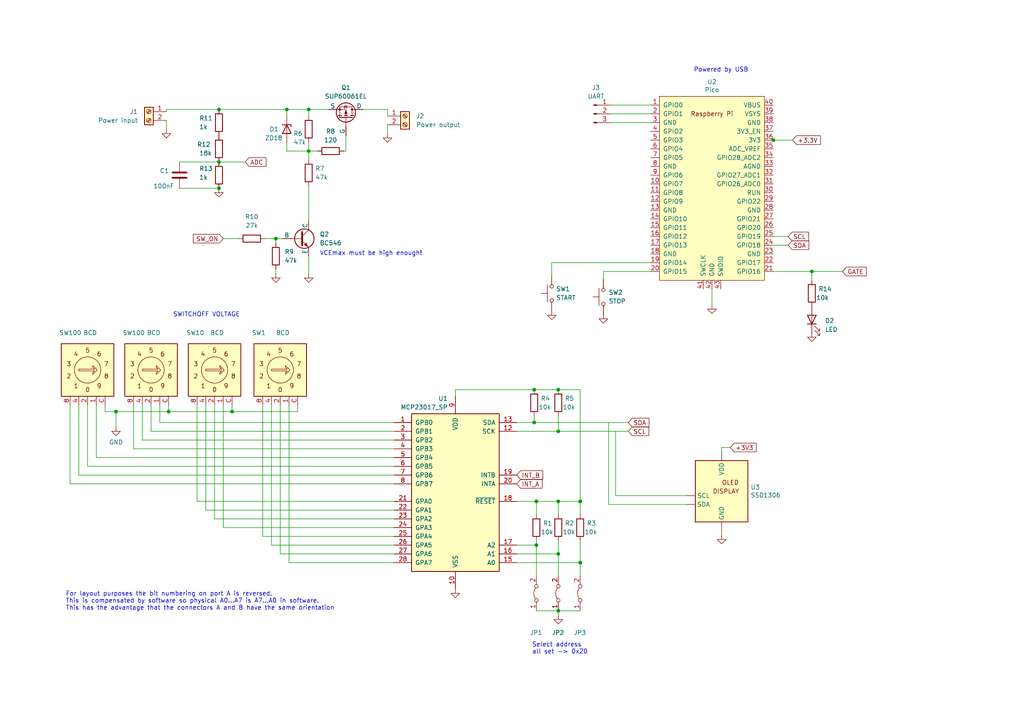
<source format=kicad_sch>
(kicad_sch (version 20230121) (generator eeschema)
  (paper "A4")
  (lib_symbols
    (symbol "Connector:Conn_01x03_Pin" (pin_names (offset 1.016) hide)
      (property "Reference" "J" (at 0 5.08 0))
      (property "Value" "Conn_01x03_Pin" (at 0 -5.08 0))
      (symbol "Conn_01x03_Pin_1_1"
        (polyline (pts (xy 1.27 -2.54) (xy 0.8636 -2.54)) (stroke (width 0.1524)))
        (polyline (pts (xy 1.27 0) (xy 0.8636 0)) (stroke (width 0.1524)))
        (polyline (pts (xy 1.27 2.54) (xy 0.8636 2.54)) (stroke (width 0.1524)))
        (rectangle (start 0.8636 -2.413) (end 0 -2.667) (stroke (width 0.1524)) (fill (type outline)))
        (rectangle (start 0.8636 0.127) (end 0 -0.127) (stroke (width 0.1524)) (fill (type outline)))
        (rectangle (start 0.8636 2.667) (end 0 2.413) (stroke (width 0.1524)) (fill (type outline)))
        (pin passive line (at 5.08 2.54 180) (length 3.81) (name "Pin_1") (number "1"))
        (pin passive line (at 5.08 0 180) (length 3.81) (name "Pin_2") (number "2"))
        (pin passive line (at 5.08 -2.54 180) (length 3.81) (name "Pin_3") (number "3"))
      )
    )
    (symbol "Connector:Screw_Terminal_01x02" (pin_names (offset 1.016) hide)
      (property "Reference" "J" (at 0 2.54 0))
      (property "Value" "Screw_Terminal_01x02" (at 0 -5.08 0))
      (symbol "Screw_Terminal_01x02_1_1"
        (rectangle (start -1.27 1.27) (end 1.27 -3.81) (stroke (width 0.254)) (fill (type background)))
        (circle (center 0 -2.54) (radius 0.635) (stroke (width 0.1524)))
        (polyline (pts (xy -0.5334 -2.2098) (xy 0.3302 -3.048)) (stroke (width 0.1524)))
        (polyline (pts (xy -0.5334 0.3302) (xy 0.3302 -0.508)) (stroke (width 0.1524)))
        (polyline (pts (xy -0.3556 -2.032) (xy 0.508 -2.8702)) (stroke (width 0.1524)))
        (polyline (pts (xy -0.3556 0.508) (xy 0.508 -0.3302)) (stroke (width 0.1524)))
        (circle (center 0 0) (radius 0.635) (stroke (width 0.1524)))
        (pin passive line (at -5.08 0 0) (length 3.81) (name "Pin_1") (number "1"))
        (pin passive line (at -5.08 -2.54 0) (length 3.81) (name "Pin_2") (number "2"))
      )
    )
    (symbol "Device:C" (pin_numbers hide) (pin_names (offset 0.254))
      (property "Reference" "C" (at 0.635 2.54 0))
      (property "Value" "C" (at 0.635 -2.54 0))
      (symbol "C_0_1"
        (polyline (pts (xy -2.032 -0.762) (xy 2.032 -0.762)) (stroke (width 0.508)))
        (polyline (pts (xy -2.032 0.762) (xy 2.032 0.762)) (stroke (width 0.508)))
      )
      (symbol "C_1_1"
        (pin passive line (at 0 3.81 270) (length 2.794) (name "~") (number "1"))
        (pin passive line (at 0 -3.81 90) (length 2.794) (name "~") (number "2"))
      )
    )
    (symbol "Device:D_Zener" (pin_numbers hide) (pin_names (offset 1.016) hide)
      (property "Reference" "D" (at 0 2.54 0))
      (property "Value" "D_Zener" (at 0 -2.54 0))
      (symbol "D_Zener_0_1"
        (polyline (pts (xy 1.27 0) (xy -1.27 0)))
        (polyline (pts (xy -1.27 -1.27) (xy -1.27 1.27) (xy -0.762 1.27)) (stroke (width 0.254)))
        (polyline (pts (xy 1.27 -1.27) (xy 1.27 1.27) (xy -1.27 0) (xy 1.27 -1.27)) (stroke (width 0.254)))
      )
      (symbol "D_Zener_1_1"
        (pin passive line (at -3.81 0 0) (length 2.54) (name "K") (number "1"))
        (pin passive line (at 3.81 0 180) (length 2.54) (name "A") (number "2"))
      )
    )
    (symbol "Device:LED" (pin_numbers hide) (pin_names (offset 1.016) hide)
      (property "Reference" "D" (at 0 2.54 0))
      (property "Value" "LED" (at 0 -2.54 0))
      (symbol "LED_0_1"
        (polyline (pts (xy -1.27 -1.27) (xy -1.27 1.27)) (stroke (width 0.254)))
        (polyline (pts (xy -1.27 0) (xy 1.27 0)))
        (polyline (pts (xy 1.27 -1.27) (xy 1.27 1.27) (xy -1.27 0) (xy 1.27 -1.27)) (stroke (width 0.254)))
        (polyline (pts (xy -3.048 -0.762) (xy -4.572 -2.286) (xy -3.81 -2.286) (xy -4.572 -2.286) (xy -4.572 -1.524)))
        (polyline (pts (xy -1.778 -0.762) (xy -3.302 -2.286) (xy -2.54 -2.286) (xy -3.302 -2.286) (xy -3.302 -1.524)))
      )
      (symbol "LED_1_1"
        (pin passive line (at -3.81 0 0) (length 2.54) (name "K") (number "1"))
        (pin passive line (at 3.81 0 180) (length 2.54) (name "A") (number "2"))
      )
    )
    (symbol "Device:R" (pin_numbers hide) (pin_names (offset 0))
      (property "Reference" "R" (at 2.032 0 90))
      (property "Value" "R" (at 0 0 90))
      (symbol "R_0_1"
        (rectangle (start -1.016 -2.54) (end 1.016 2.54) (stroke (width 0.254)))
      )
      (symbol "R_1_1"
        (pin passive line (at 0 3.81 270) (length 1.27) (name "~") (number "1"))
        (pin passive line (at 0 -3.81 90) (length 1.27) (name "~") (number "2"))
      )
    )
    (symbol "Interface_Expansion:MCP23017_SP" (pin_names (offset 1.016))
      (property "Reference" "U" (at -11.43 24.13 0))
      (property "Value" "MCP23017_SP" (at 0 0 0))
      (symbol "MCP23017_SP_0_1"
        (rectangle (start -12.7 22.86) (end 12.7 -22.86) (stroke (width 0.254)) (fill (type background)))
      )
      (symbol "MCP23017_SP_1_1"
        (pin bidirectional line (at 17.78 20.32 180) (length 5.08) (name "GPB0") (number "1"))
        (pin power_in line (at 0 -27.94 90) (length 5.08) (name "VSS") (number "10"))
        (pin no_connect line (at -12.7 15.24 0) (length 5.08) hide (name "NC") (number "11"))
        (pin input line (at -17.78 17.78 0) (length 5.08) (name "SCK") (number "12"))
        (pin bidirectional line (at -17.78 20.32 0) (length 5.08) (name "SDA") (number "13"))
        (pin no_connect line (at -12.7 12.7 0) (length 5.08) hide (name "NC") (number "14"))
        (pin input line (at -17.78 -20.32 0) (length 5.08) (name "A0") (number "15"))
        (pin input line (at -17.78 -17.78 0) (length 5.08) (name "A1") (number "16"))
        (pin input line (at -17.78 -15.24 0) (length 5.08) (name "A2") (number "17"))
        (pin input line (at -17.78 -2.54 0) (length 5.08) (name "~{RESET}") (number "18"))
        (pin tri_state line (at -17.78 5.08 0) (length 5.08) (name "INTB") (number "19"))
        (pin bidirectional line (at 17.78 17.78 180) (length 5.08) (name "GPB1") (number "2"))
        (pin tri_state line (at -17.78 2.54 0) (length 5.08) (name "INTA") (number "20"))
        (pin bidirectional line (at 17.78 -2.54 180) (length 5.08) (name "GPA0") (number "21"))
        (pin bidirectional line (at 17.78 -5.08 180) (length 5.08) (name "GPA1") (number "22"))
        (pin bidirectional line (at 17.78 -7.62 180) (length 5.08) (name "GPA2") (number "23"))
        (pin bidirectional line (at 17.78 -10.16 180) (length 5.08) (name "GPA3") (number "24"))
        (pin bidirectional line (at 17.78 -12.7 180) (length 5.08) (name "GPA4") (number "25"))
        (pin bidirectional line (at 17.78 -15.24 180) (length 5.08) (name "GPA5") (number "26"))
        (pin bidirectional line (at 17.78 -17.78 180) (length 5.08) (name "GPA6") (number "27"))
        (pin bidirectional line (at 17.78 -20.32 180) (length 5.08) (name "GPA7") (number "28"))
        (pin bidirectional line (at 17.78 15.24 180) (length 5.08) (name "GPB2") (number "3"))
        (pin bidirectional line (at 17.78 12.7 180) (length 5.08) (name "GPB3") (number "4"))
        (pin bidirectional line (at 17.78 10.16 180) (length 5.08) (name "GPB4") (number "5"))
        (pin bidirectional line (at 17.78 7.62 180) (length 5.08) (name "GPB5") (number "6"))
        (pin bidirectional line (at 17.78 5.08 180) (length 5.08) (name "GPB6") (number "7"))
        (pin bidirectional line (at 17.78 2.54 180) (length 5.08) (name "GPB7") (number "8"))
        (pin power_in line (at 0 27.94 270) (length 5.08) (name "VDD") (number "9"))
      )
    )
    (symbol "Jumper:Jumper_2_Bridged" (pin_names (offset 0) hide)
      (property "Reference" "JP" (at 0 1.905 0))
      (property "Value" "Jumper_2_Bridged" (at 0 -2.54 0))
      (symbol "Jumper_2_Bridged_0_0"
        (circle (center -2.032 0) (radius 0.508))
        (circle (center 2.032 0) (radius 0.508))
      )
      (symbol "Jumper_2_Bridged_0_1"
        (arc (start 1.524 0.254) (mid 0 0.762) (end -1.524 0.254))
      )
      (symbol "Jumper_2_Bridged_1_1"
        (pin passive line (at -5.08 0 0) (length 2.54) (name "A") (number "1"))
        (pin passive line (at 5.08 0 180) (length 2.54) (name "B") (number "2"))
      )
    )
    (symbol "Simulation_SPICE:NPN" (pin_numbers hide) (pin_names (offset 0))
      (property "Reference" "Q" (at -2.54 7.62 0))
      (property "Value" "NPN" (at -2.54 5.08 0))
      (symbol "NPN_0_1"
        (polyline (pts (xy -2.54 0) (xy 0.635 0)) (stroke (width 0.1524)))
        (polyline (pts (xy 0.635 0.635) (xy 2.54 2.54)))
        (polyline (pts (xy 2.794 -1.27) (xy 2.794 -1.27)) (stroke (width 0.1524)))
        (polyline (pts (xy 2.794 -1.27) (xy 2.794 -1.27)) (stroke (width 0.1524)))
        (polyline (pts (xy 0.635 -0.635) (xy 2.54 -2.54) (xy 2.54 -2.54)))
        (polyline (pts (xy 0.635 1.905) (xy 0.635 -1.905) (xy 0.635 -1.905)) (stroke (width 0.508)))
        (polyline (pts (xy 1.27 -1.778) (xy 1.778 -1.27) (xy 2.286 -2.286) (xy 1.27 -1.778) (xy 1.27 -1.778)) (fill (type outline)))
        (circle (center 1.27 0) (radius 2.8194) (stroke (width 0.254)))
      )
      (symbol "NPN_1_1"
        (pin open_collector line (at 2.54 5.08 270) (length 2.54) (name "C") (number "1"))
        (pin input line (at -5.08 0 0) (length 2.54) (name "B") (number "2"))
        (pin open_emitter line (at 2.54 -5.08 90) (length 2.54) (name "E") (number "3"))
      )
    )
    (symbol "Simulation_SPICE:PMOS" (pin_numbers hide) (pin_names (offset 0))
      (property "Reference" "Q" (at 5.08 1.27 0))
      (property "Value" "PMOS" (at 5.08 -1.27 0))
      (symbol "PMOS_0_1"
        (polyline (pts (xy 0.254 0) (xy -2.54 0)))
        (polyline (pts (xy 0.254 1.905) (xy 0.254 -1.905)) (stroke (width 0.254)))
        (polyline (pts (xy 0.762 -1.27) (xy 0.762 -2.286)) (stroke (width 0.254)))
        (polyline (pts (xy 0.762 0.508) (xy 0.762 -0.508)) (stroke (width 0.254)))
        (polyline (pts (xy 0.762 2.286) (xy 0.762 1.27)) (stroke (width 0.254)))
        (polyline (pts (xy 2.54 2.54) (xy 2.54 1.778)))
        (polyline (pts (xy 2.54 -2.54) (xy 2.54 0) (xy 0.762 0)))
        (polyline (pts (xy 0.762 1.778) (xy 3.302 1.778) (xy 3.302 -1.778) (xy 0.762 -1.778)))
        (polyline (pts (xy 2.286 0) (xy 1.27 0.381) (xy 1.27 -0.381) (xy 2.286 0)) (fill (type outline)))
        (polyline (pts (xy 2.794 -0.508) (xy 2.921 -0.381) (xy 3.683 -0.381) (xy 3.81 -0.254)))
        (polyline (pts (xy 3.302 -0.381) (xy 2.921 0.254) (xy 3.683 0.254) (xy 3.302 -0.381)))
        (circle (center 1.651 0) (radius 2.794) (stroke (width 0.254)))
        (circle (center 2.54 -1.778) (radius 0.254) (fill (type outline)))
        (circle (center 2.54 1.778) (radius 0.254) (fill (type outline)))
      )
      (symbol "PMOS_1_1"
        (pin passive line (at 2.54 5.08 270) (length 2.54) (name "D") (number "1"))
        (pin input line (at -5.08 0 0) (length 2.54) (name "G") (number "2"))
        (pin passive line (at 2.54 -5.08 90) (length 2.54) (name "S") (number "3"))
      )
    )
    (symbol "Switch:SW_Coded_SH-7030" (pin_names hide)
      (property "Reference" "SW" (at -7.62 8.89 0))
      (property "Value" "SW_Coded_SH-7030" (at -7.62 -8.89 0))
      (symbol "SW_Coded_SH-7030_0_0"
        (text "0" (at 5.715 0 2700) (effects (font (size 1.27 1.27))))
        (text "1" (at 4.6228 -3.3528 2340) (effects (font (size 1.27 1.27))))
        (text "2" (at 1.778 -5.4356 1980) (effects (font (size 1.27 1.27))))
        (text "3" (at -1.778 -5.4356 1620) (effects (font (size 1.27 1.27))))
        (text "4" (at -4.6228 -3.3528 1260) (effects (font (size 1.27 1.27))))
        (text "5" (at -5.715 0 900) (effects (font (size 1.27 1.27))))
        (text "6" (at -4.6228 3.3528 540) (effects (font (size 1.27 1.27))))
        (text "7" (at -1.778 5.4356 180) (effects (font (size 1.27 1.27))))
        (text "8" (at 1.778 5.4356 3420) (effects (font (size 1.27 1.27))))
        (text "9" (at 4.6228 3.3528 3060) (effects (font (size 1.27 1.27))))
      )
      (symbol "SW_Coded_SH-7030_0_1"
        (polyline (pts (xy -0.254 -2.54) (xy -0.254 2.032) (xy -0.762 1.524) (xy -1.27 1.524) (xy 0 2.794) (xy 1.27 1.524) (xy 0.762 1.524) (xy 0.254 2.032) (xy 0.254 -2.54) (xy -0.254 -2.54) (xy -0.254 -2.54)))
        (circle (center 0 0) (radius 3.81))
        (rectangle (start 7.62 7.62) (end -7.62 -7.62) (stroke (width 0.254)) (fill (type background)))
      )
      (symbol "SW_Coded_SH-7030_1_1"
        (pin passive line (at 10.16 2.54 180) (length 2.54) (name "1") (number "1"))
        (pin passive line (at 10.16 0 180) (length 2.54) (name "2") (number "2"))
        (pin passive line (at 10.16 -2.54 180) (length 2.54) (name "4") (number "4"))
        (pin passive line (at 10.16 -5.08 180) (length 2.54) (name "8") (number "8"))
        (pin passive line (at 10.16 5.08 180) (length 2.54) (name "C") (number "C"))
      )
    )
    (symbol "Switch:SW_Push" (pin_numbers hide) (pin_names (offset 1.016) hide)
      (property "Reference" "SW" (at 1.27 2.54 0))
      (property "Value" "SW_Push" (at 0 -1.524 0))
      (symbol "SW_Push_0_1"
        (circle (center -2.032 0) (radius 0.508))
        (polyline (pts (xy 0 1.27) (xy 0 3.048)))
        (polyline (pts (xy 2.54 1.27) (xy -2.54 1.27)))
        (circle (center 2.032 0) (radius 0.508))
        (pin passive line (at -5.08 0 0) (length 2.54) (name "1") (number "1"))
        (pin passive line (at 5.08 0 180) (length 2.54) (name "2") (number "2"))
      )
    )
    (symbol "analogger-rescue:SH1106-oled" (pin_numbers hide)
      (property "Reference" "U" (at 2.54 13.97 0))
      (property "Value" "oled_SH1106" (at 7.62 11.43 0))
      (symbol "SH1106-oled_0_0"
        (text "DISPLAY" (at -1.27 1.27 0) (effects (font (size 1.27 1.27))))
        (text "OLED" (at -2.54 3.81 0) (effects (font (size 1.27 1.27))))
      )
      (symbol "SH1106-oled_0_1"
        (rectangle (start -7.62 10.16) (end 7.62 -7.62) (stroke (width 0.254)) (fill (type background)))
      )
      (symbol "SH1106-oled_1_1"
        (pin input line (at 10.16 0 180) (length 2.54) (name "SCL") (number "10"))
        (pin power_in line (at 0 -10.16 90) (length 2.54) (name "GND") (number "3"))
        (pin power_in line (at 0 12.7 270) (length 2.54) (name "VDD") (number "8"))
        (pin bidirectional line (at 10.16 -2.54 180) (length 2.54) (name "SDA") (number "9"))
      )
    )
    (symbol "power:GND" (power) (pin_names (offset 0))
      (property "Value" "GND" (at 0 -3.81 0))
      (symbol "GND_0_1"
        (polyline (pts (xy 0 0) (xy 0 -1.27) (xy 1.27 -1.27) (xy 0 -2.54) (xy -1.27 -1.27) (xy 0 -1.27)))
      )
      (symbol "GND_1_1"
        (pin power_in line (at 0 0 270) (length 0) hide (name "GND") (number "1"))
      )
    )
    (symbol "swiss_01a-rescue:Pico-Raspi_Pico" (pin_names (offset 1.016))
      (property "Reference" "U" (at -13.97 27.94 0))
      (property "Value" "Raspi_Pico_Pico" (at 0 19.05 0))
      (symbol "Pico-Raspi_Pico_0_0"
        (text "Raspberry Pi" (at 0 21.59 0) (effects (font (size 1.27 1.27))))
      )
      (symbol "Pico-Raspi_Pico_0_1"
        (rectangle (start -15.24 26.67) (end 15.24 -26.67) (fill (type background)))
      )
      (symbol "Pico-Raspi_Pico_1_1"
        (pin bidirectional line (at -17.78 24.13 0) (length 2.54) (name "GPIO0") (number "1"))
        (pin bidirectional line (at -17.78 1.27 0) (length 2.54) (name "GPIO7") (number "10"))
        (pin bidirectional line (at -17.78 -1.27 0) (length 2.54) (name "GPIO8") (number "11"))
        (pin bidirectional line (at -17.78 -3.81 0) (length 2.54) (name "GPIO9") (number "12"))
        (pin power_in line (at -17.78 -6.35 0) (length 2.54) (name "GND") (number "13"))
        (pin bidirectional line (at -17.78 -8.89 0) (length 2.54) (name "GPIO10") (number "14"))
        (pin bidirectional line (at -17.78 -11.43 0) (length 2.54) (name "GPIO11") (number "15"))
        (pin bidirectional line (at -17.78 -13.97 0) (length 2.54) (name "GPIO12") (number "16"))
        (pin bidirectional line (at -17.78 -16.51 0) (length 2.54) (name "GPIO13") (number "17"))
        (pin power_in line (at -17.78 -19.05 0) (length 2.54) (name "GND") (number "18"))
        (pin bidirectional line (at -17.78 -21.59 0) (length 2.54) (name "GPIO14") (number "19"))
        (pin bidirectional line (at -17.78 21.59 0) (length 2.54) (name "GPIO1") (number "2"))
        (pin bidirectional line (at -17.78 -24.13 0) (length 2.54) (name "GPIO15") (number "20"))
        (pin bidirectional line (at 17.78 -24.13 180) (length 2.54) (name "GPIO16") (number "21"))
        (pin bidirectional line (at 17.78 -21.59 180) (length 2.54) (name "GPIO17") (number "22"))
        (pin power_in line (at 17.78 -19.05 180) (length 2.54) (name "GND") (number "23"))
        (pin bidirectional line (at 17.78 -16.51 180) (length 2.54) (name "GPIO18") (number "24"))
        (pin bidirectional line (at 17.78 -13.97 180) (length 2.54) (name "GPIO19") (number "25"))
        (pin bidirectional line (at 17.78 -11.43 180) (length 2.54) (name "GPIO20") (number "26"))
        (pin bidirectional line (at 17.78 -8.89 180) (length 2.54) (name "GPIO21") (number "27"))
        (pin power_in line (at 17.78 -6.35 180) (length 2.54) (name "GND") (number "28"))
        (pin bidirectional line (at 17.78 -3.81 180) (length 2.54) (name "GPIO22") (number "29"))
        (pin power_in line (at -17.78 19.05 0) (length 2.54) (name "GND") (number "3"))
        (pin input line (at 17.78 -1.27 180) (length 2.54) (name "RUN") (number "30"))
        (pin bidirectional line (at 17.78 1.27 180) (length 2.54) (name "GPIO26_ADC0") (number "31"))
        (pin bidirectional line (at 17.78 3.81 180) (length 2.54) (name "GPIO27_ADC1") (number "32"))
        (pin power_in line (at 17.78 6.35 180) (length 2.54) (name "AGND") (number "33"))
        (pin bidirectional line (at 17.78 8.89 180) (length 2.54) (name "GPIO28_ADC2") (number "34"))
        (pin unspecified line (at 17.78 11.43 180) (length 2.54) (name "ADC_VREF") (number "35"))
        (pin unspecified line (at 17.78 13.97 180) (length 2.54) (name "3V3") (number "36"))
        (pin input line (at 17.78 16.51 180) (length 2.54) (name "3V3_EN") (number "37"))
        (pin bidirectional line (at 17.78 19.05 180) (length 2.54) (name "GND") (number "38"))
        (pin unspecified line (at 17.78 21.59 180) (length 2.54) (name "VSYS") (number "39"))
        (pin bidirectional line (at -17.78 16.51 0) (length 2.54) (name "GPIO2") (number "4"))
        (pin unspecified line (at 17.78 24.13 180) (length 2.54) (name "VBUS") (number "40"))
        (pin input line (at -2.54 -29.21 90) (length 2.54) (name "SWCLK") (number "41"))
        (pin power_in line (at 0 -29.21 90) (length 2.54) (name "GND") (number "42"))
        (pin bidirectional line (at 2.54 -29.21 90) (length 2.54) (name "SWDIO") (number "43"))
        (pin bidirectional line (at -17.78 13.97 0) (length 2.54) (name "GPIO3") (number "5"))
        (pin bidirectional line (at -17.78 11.43 0) (length 2.54) (name "GPIO4") (number "6"))
        (pin bidirectional line (at -17.78 8.89 0) (length 2.54) (name "GPIO5") (number "7"))
        (pin power_in line (at -17.78 6.35 0) (length 2.54) (name "GND") (number "8"))
        (pin bidirectional line (at -17.78 3.81 0) (length 2.54) (name "GPIO6") (number "9"))
      )
    )
  )
  (junction (at 154.94 113.03))
  (junction (at 161.925 145.415))
  (junction (at 235.458 78.74))
  (junction (at 89.535 43.815))
  (junction (at 161.925 113.03))
  (junction (at 83.185 31.75))
  (junction (at 224.282 40.64))
  (junction (at 67.31 119.38))
  (junction (at 155.575 145.415))
  (junction (at 168.275 163.195))
  (junction (at 161.925 125.095))
  (junction (at 63.5 46.99))
  (junction (at 48.895 119.38))
  (junction (at 80.01 69.215))
  (junction (at 155.575 158.115))
  (junction (at 63.5 31.75))
  (junction (at 33.655 119.38))
  (junction (at 89.535 31.75))
  (junction (at 63.5 54.61))
  (junction (at 168.275 145.415))
  (junction (at 161.925 160.655))
  (junction (at 154.94 122.555))
  (junction (at 161.925 177.165))
  (wire (pts (xy 168.275 163.195) (xy 168.275 156.845)))
  (wire (pts (xy 168.275 163.195) (xy 168.275 167.005)))
  (wire (pts (xy 209.296 153.924) (xy 209.296 155.194)))
  (wire (pts (xy 154.94 122.555) (xy 182.245 122.555)))
  (wire (pts (xy 83.185 41.275) (xy 83.185 43.815)))
  (wire (pts (xy 114.3 163.195) (xy 83.82 163.195)))
  (wire (pts (xy 177.292 33.02) (xy 188.722 33.02)))
  (wire (pts (xy 76.2 155.575) (xy 76.2 117.475)))
  (wire (pts (xy 64.77 69.215) (xy 69.215 69.215)))
  (wire (pts (xy 211.836 129.794) (xy 209.296 129.794)))
  (wire (pts (xy 20.32 140.335) (xy 20.32 117.475)))
  (wire (pts (xy 114.3 132.715) (xy 27.94 132.715)))
  (wire (pts (xy 83.185 31.75) (xy 83.185 33.655)))
  (wire (pts (xy 80.01 69.215) (xy 80.01 70.485)))
  (wire (pts (xy 229.87 40.64) (xy 224.282 40.64)))
  (wire (pts (xy 89.535 53.975) (xy 89.535 64.135)))
  (wire (pts (xy 154.94 113.03) (xy 161.925 113.03)))
  (wire (pts (xy 62.23 150.495) (xy 62.23 117.475)))
  (wire (pts (xy 86.36 119.38) (xy 67.31 119.38)))
  (wire (pts (xy 80.01 78.105) (xy 80.01 79.375)))
  (wire (pts (xy 209.296 129.794) (xy 209.296 131.064)))
  (wire (pts (xy 161.925 177.165) (xy 161.925 178.435)))
  (wire (pts (xy 48.26 31.75) (xy 48.26 32.385)))
  (wire (pts (xy 112.395 31.75) (xy 105.41 31.75)))
  (wire (pts (xy 168.275 149.225) (xy 168.275 145.415)))
  (wire (pts (xy 161.925 145.415) (xy 161.925 149.225)))
  (wire (pts (xy 112.395 33.655) (xy 112.395 31.75)))
  (wire (pts (xy 100.33 43.815) (xy 100.33 39.37)))
  (wire (pts (xy 155.575 158.115) (xy 155.575 167.005)))
  (wire (pts (xy 114.3 127.635) (xy 41.275 127.635)))
  (wire (pts (xy 89.535 31.75) (xy 83.185 31.75)))
  (wire (pts (xy 48.895 117.475) (xy 48.895 119.38)))
  (wire (pts (xy 177.292 30.48) (xy 188.722 30.48)))
  (wire (pts (xy 46.355 122.555) (xy 46.355 117.475)))
  (wire (pts (xy 188.722 76.2) (xy 160.02 76.2)))
  (wire (pts (xy 161.925 145.415) (xy 155.575 145.415)))
  (wire (pts (xy 161.925 177.165) (xy 168.275 177.165)))
  (wire (pts (xy 63.5 31.75) (xy 83.185 31.75)))
  (wire (pts (xy 57.15 145.415) (xy 57.15 117.475)))
  (wire (pts (xy 38.735 130.175) (xy 38.735 117.475)))
  (wire (pts (xy 95.25 31.75) (xy 89.535 31.75)))
  (wire (pts (xy 48.26 31.75) (xy 63.5 31.75)))
  (wire (pts (xy 161.925 120.65) (xy 161.925 125.095)))
  (wire (pts (xy 33.655 119.38) (xy 33.655 123.825)))
  (wire (pts (xy 89.535 31.75) (xy 89.535 33.655)))
  (wire (pts (xy 67.31 117.475) (xy 67.31 119.38)))
  (wire (pts (xy 64.77 153.035) (xy 64.77 117.475)))
  (wire (pts (xy 132.08 113.03) (xy 132.08 114.935)))
  (wire (pts (xy 43.815 125.095) (xy 43.815 117.475)))
  (wire (pts (xy 149.86 160.655) (xy 161.925 160.655)))
  (wire (pts (xy 59.69 147.955) (xy 59.69 117.475)))
  (wire (pts (xy 48.895 119.38) (xy 33.655 119.38)))
  (wire (pts (xy 168.275 145.415) (xy 161.925 145.415)))
  (wire (pts (xy 199.136 146.304) (xy 176.53 146.304)))
  (wire (pts (xy 33.655 119.38) (xy 30.48 119.38)))
  (wire (pts (xy 114.3 130.175) (xy 38.735 130.175)))
  (wire (pts (xy 114.3 137.795) (xy 22.86 137.795)))
  (wire (pts (xy 224.282 71.12) (xy 228.6 71.12)))
  (wire (pts (xy 235.458 78.74) (xy 235.458 81.28)))
  (wire (pts (xy 178.562 125.222) (xy 178.562 143.764)))
  (wire (pts (xy 114.3 155.575) (xy 76.2 155.575)))
  (wire (pts (xy 206.502 83.82) (xy 206.502 88.392)))
  (wire (pts (xy 76.835 69.215) (xy 80.01 69.215)))
  (wire (pts (xy 154.94 120.65) (xy 154.94 122.555)))
  (wire (pts (xy 168.275 113.03) (xy 168.275 145.415)))
  (wire (pts (xy 63.5 46.99) (xy 71.12 46.99)))
  (wire (pts (xy 41.275 127.635) (xy 41.275 117.475)))
  (wire (pts (xy 224.282 68.58) (xy 228.6 68.58)))
  (wire (pts (xy 161.925 160.655) (xy 161.925 156.845)))
  (wire (pts (xy 149.86 158.115) (xy 155.575 158.115)))
  (wire (pts (xy 80.01 69.215) (xy 81.915 69.215)))
  (wire (pts (xy 199.136 143.764) (xy 178.562 143.764)))
  (wire (pts (xy 149.86 125.095) (xy 161.925 125.095)))
  (wire (pts (xy 160.02 76.2) (xy 160.02 80.01)))
  (wire (pts (xy 161.925 113.03) (xy 168.275 113.03)))
  (wire (pts (xy 224.282 78.74) (xy 235.458 78.74)))
  (wire (pts (xy 48.26 34.925) (xy 48.26 37.465)))
  (wire (pts (xy 155.575 145.415) (xy 149.86 145.415)))
  (wire (pts (xy 112.395 36.195) (xy 112.395 38.735)))
  (wire (pts (xy 114.3 145.415) (xy 57.15 145.415)))
  (wire (pts (xy 83.185 43.815) (xy 89.535 43.815)))
  (wire (pts (xy 52.07 54.61) (xy 63.5 54.61)))
  (wire (pts (xy 114.3 125.095) (xy 43.815 125.095)))
  (wire (pts (xy 67.31 119.38) (xy 48.895 119.38)))
  (wire (pts (xy 89.535 43.815) (xy 92.075 43.815)))
  (wire (pts (xy 155.575 158.115) (xy 155.575 156.845)))
  (wire (pts (xy 114.3 147.955) (xy 59.69 147.955)))
  (wire (pts (xy 25.4 135.255) (xy 25.4 117.475)))
  (wire (pts (xy 78.74 158.115) (xy 78.74 117.475)))
  (wire (pts (xy 224.282 40.64) (xy 224.155 40.64)))
  (wire (pts (xy 27.94 132.715) (xy 27.94 117.475)))
  (wire (pts (xy 114.3 160.655) (xy 81.28 160.655)))
  (wire (pts (xy 114.3 122.555) (xy 46.355 122.555)))
  (wire (pts (xy 175.006 78.74) (xy 188.722 78.74)))
  (wire (pts (xy 161.925 160.655) (xy 161.925 167.005)))
  (wire (pts (xy 114.3 158.115) (xy 78.74 158.115)))
  (wire (pts (xy 155.575 145.415) (xy 155.575 149.225)))
  (wire (pts (xy 114.3 140.335) (xy 20.32 140.335)))
  (wire (pts (xy 177.292 35.56) (xy 188.722 35.56)))
  (wire (pts (xy 86.36 117.475) (xy 86.36 119.38)))
  (wire (pts (xy 175.006 81.026) (xy 175.006 78.74)))
  (wire (pts (xy 89.535 43.815) (xy 89.535 46.355)))
  (wire (pts (xy 176.53 122.682) (xy 176.53 146.304)))
  (wire (pts (xy 89.535 41.275) (xy 89.535 43.815)))
  (wire (pts (xy 149.86 163.195) (xy 168.275 163.195)))
  (wire (pts (xy 114.3 153.035) (xy 64.77 153.035)))
  (wire (pts (xy 52.07 46.99) (xy 63.5 46.99)))
  (wire (pts (xy 161.925 125.095) (xy 182.245 125.095)))
  (wire (pts (xy 114.3 150.495) (xy 62.23 150.495)))
  (wire (pts (xy 81.28 160.655) (xy 81.28 117.475)))
  (wire (pts (xy 149.86 122.555) (xy 154.94 122.555)))
  (wire (pts (xy 114.3 135.255) (xy 25.4 135.255)))
  (wire (pts (xy 89.535 74.295) (xy 89.535 79.375)))
  (wire (pts (xy 235.458 78.74) (xy 244.602 78.74)))
  (wire (pts (xy 83.82 163.195) (xy 83.82 117.475)))
  (wire (pts (xy 132.08 113.03) (xy 154.94 113.03)))
  (wire (pts (xy 99.695 43.815) (xy 100.33 43.815)))
  (wire (pts (xy 30.48 119.38) (xy 30.48 117.475)))
  (wire (pts (xy 22.86 137.795) (xy 22.86 117.475)))
  (wire (pts (xy 155.575 177.165) (xy 161.925 177.165)))
  (text "Select address\nall set -> 0x20" (at 154.305 189.865 0) (effects (font (size 1.27 1.27)) (justify left bottom)))
  (text "VCEmax must be high enough!" (at 92.71 74.295 0) (effects (font (size 1.27 1.27)) (justify left bottom)))
  (text "For layout purposes the bit numbering on port A is reversed.\nThis is compensated by software so physical A0...A7 is A7...A0 in software.\nThis has the advantage that the connectors A and B have the same orientation\n" (at 19.05 177.165 0) (effects (font (size 1.27 1.27)) (justify left bottom)))
  (text "SWITCHOFF VOLTAGE" (at 50.165 92.075 0) (effects (font (size 1.27 1.27)) (justify left bottom)))
  (text "Powered by USB" (at 201.168 21.082 0) (effects (font (size 1.27 1.27)) (justify left bottom)))
  (global_label "+3.3V" (shape input) (at 229.87 40.64 0) (property "Intersheetrefs" "${INTERSHEET_REFS}" (effects hide)))
  (global_label "SCL" (shape input) (at 228.6 68.58 0) (property "Intersheetrefs" "${INTERSHEET_REFS}" (effects hide)))
  (global_label "INT_A" (shape input) (at 149.86 140.335 0) (property "Intersheetrefs" "${INTERSHEET_REFS}" (effects hide)))
  (global_label "GATE" (shape input) (at 244.348 78.74 0) (property "Intersheetrefs" "${INTERSHEET_REFS}" (effects hide)))
  (global_label "+3V3" (shape input) (at 211.836 129.794 0) (property "Intersheetrefs" "${INTERSHEET_REFS}" (effects hide)))
  (global_label "INT_B" (shape input) (at 149.86 137.795 0) (property "Intersheetrefs" "${INTERSHEET_REFS}" (effects hide)))
  (global_label "SW_ON" (shape input) (at 64.77 69.215 180) (property "Intersheetrefs" "${INTERSHEET_REFS}" (effects hide)))
  (global_label "SCL" (shape input) (at 182.245 125.095 0) (property "Intersheetrefs" "${INTERSHEET_REFS}" (effects hide)))
  (global_label "ADC" (shape input) (at 71.12 46.99 0) (property "Intersheetrefs" "${INTERSHEET_REFS}" (effects hide)))
  (global_label "SDA" (shape input) (at 228.6 71.12 0) (property "Intersheetrefs" "${INTERSHEET_REFS}" (effects hide)))
  (global_label "SDA" (shape input) (at 182.245 122.555 0) (property "Intersheetrefs" "${INTERSHEET_REFS}" (effects hide)))
  (symbol (lib_id "Switch:SW_Push") (at 160.02 85.09 90) (unit 1)
    (property "Reference" "SW1" (at 161.29 83.82 90) (effects (justify right)))
    (property "Value" "START" (at 161.29 86.36 90) (effects (justify right)))
  )
  (symbol (lib_id "Device:LED") (at 235.458 92.71 90) (unit 1)
    (property "Reference" "D2" (at 239.268 93.0275 90) (effects (justify right)))
    (property "Value" "LED" (at 239.268 95.5675 90) (effects (justify right)))
  )
  (symbol (lib_id "Device:R") (at 63.5 50.8 0) (unit 1)
    (property "Reference" "R13" (at 57.785 48.895 0) (effects (justify left)))
    (property "Value" "1k" (at 57.785 51.435 0) (effects (justify left)))
  )
  (symbol (lib_id "Device:D_Zener") (at 83.185 37.465 270) (unit 1)
    (property "Reference" "D1" (at 78.105 37.465 90) (effects (justify left)))
    (property "Value" "ZD18" (at 76.835 40.005 90) (effects (justify left)))
  )
  (symbol (lib_id "Device:R") (at 89.535 37.465 0) (unit 1)
    (property "Reference" "R6" (at 85.09 38.735 0) (effects (justify left)))
    (property "Value" "47k" (at 85.09 41.275 0) (effects (justify left)))
  )
  (symbol (lib_id "power:GND") (at 80.01 79.375 0) (unit 1)
    (property "Reference" "#PWR06" (effects hide))
    (property "Value" "GND" (effects hide))
  )
  (symbol (lib_id "power:GND") (at 160.02 90.17 0) (unit 1)
    (property "Reference" "#PWR011" (effects hide))
    (property "Value" "GND" (effects hide))
  )
  (symbol (lib_id "Device:R") (at 80.01 74.295 0) (unit 1)
    (property "Reference" "R9" (at 82.55 73.025 0) (effects (justify left)))
    (property "Value" "47k" (at 82.55 75.565 0) (effects (justify left)))
  )
  (symbol (lib_id "Switch:SW_Coded_SH-7030") (at 25.4 107.315 270) (unit 1)
    (property "Reference" "SW100" (at 17.145 96.52 90) (effects (justify left)))
    (property "Value" "BCD" (at 24.13 96.52 90) (effects (justify left)))
    (property "Datasheet" "https://www.nidec-copal-electronics.com/e/catalog/switch/sh-7000.pdf" (effects hide))
  )
  (symbol (lib_id "Simulation_SPICE:NPN") (at 86.995 69.215 0) (unit 1)
    (property "Reference" "Q2" (at 92.71 67.945 0) (effects (justify left)))
    (property "Value" "BC546" (at 92.71 70.485 0) (effects (justify left)))
    (property "Datasheet" "https://ngspice.sourceforge.io/docs/ngspice-html-manual/manual.xhtml#cha_BJTs" (effects hide))
    (property "Sim.Device" "NPN" (effects hide))
    (property "Sim.Type" "GUMMELPOON" (effects hide))
    (property "Sim.Pins" "1=C 2=B 3=E" (effects hide))
  )
  (symbol (lib_id "Device:R") (at 63.5 43.18 0) (unit 1)
    (property "Reference" "R12" (at 57.15 41.91 0) (effects (justify left)))
    (property "Value" "18k" (at 57.785 44.45 0) (effects (justify left)))
  )
  (symbol (lib_id "Device:R") (at 161.925 153.035 0) (unit 1)
    (property "Reference" "R2" (at 163.83 151.765 0) (effects (justify left)))
    (property "Value" "10k" (at 163.195 154.305 0) (effects (justify left)))
  )
  (symbol (lib_id "power:GND") (at 206.502 88.392 0) (unit 1)
    (property "Reference" "#PWR04" (effects hide))
    (property "Value" "GND" (effects hide))
  )
  (symbol (lib_id "power:GND") (at 89.535 79.375 0) (unit 1)
    (property "Reference" "#PWR05" (effects hide))
    (property "Value" "GND" (effects hide))
  )
  (symbol (lib_id "power:GND") (at 235.458 96.52 0) (unit 1)
    (property "Reference" "#PWR012" (effects hide))
    (property "Value" "GND" (effects hide))
  )
  (symbol (lib_id "swiss_01a-rescue:Pico-Raspi_Pico") (at 206.502 54.61 0) (unit 1)
    (property "Reference" "U2" (at 206.502 23.749 0))
    (property "Value" "Pico" (at 206.502 26.0604 0))
    (property "Footprint" "RPi_Pico:RPi_Pico_SMD_TH" (effects hide))
  )
  (symbol (lib_id "Jumper:Jumper_2_Bridged") (at 168.275 172.085 90) (unit 1)
    (property "Reference" "JP3" (at 166.37 183.515 90) (effects (justify right)))
    (property "Value" " " (at 170.18 173.355 90) (effects (justify right)))
  )
  (symbol (lib_id "Device:R") (at 73.025 69.215 90) (unit 1)
    (property "Reference" "R10" (at 73.025 62.865 90))
    (property "Value" "27k" (at 73.025 65.405 90))
  )
  (symbol (lib_id "Connector:Conn_01x03_Pin") (at 172.212 33.02 0) (unit 1)
    (property "Reference" "J3" (at 172.847 25.4 0))
    (property "Value" "UART" (at 172.847 27.94 0))
  )
  (symbol (lib_id "Switch:SW_Push") (at 175.006 86.106 90) (unit 1)
    (property "Reference" "SW2" (at 176.53 84.836 90) (effects (justify right)))
    (property "Value" "STOP" (at 176.53 87.376 90) (effects (justify right)))
  )
  (symbol (lib_id "power:GND") (at 48.26 37.465 0) (unit 1)
    (property "Reference" "#PWR07" (effects hide))
    (property "Value" "GND" (effects hide))
  )
  (symbol (lib_id "power:GND") (at 161.925 178.435 0) (unit 1)
    (property "Reference" "#PWR03" (effects hide))
    (property "Value" "GND" (effects hide))
  )
  (symbol (lib_id "power:GND") (at 33.655 123.825 0) (unit 1)
    (property "Reference" "#PWR01" (effects hide))
    (property "Value" "GND" (at 33.655 128.27 0))
  )
  (symbol (lib_id "power:GND") (at 209.296 155.194 0) (mirror y) (unit 1)
    (property "Reference" "#PWR013" (effects hide))
    (property "Value" "GND" (effects hide))
  )
  (symbol (lib_id "Jumper:Jumper_2_Bridged") (at 161.925 172.085 90) (unit 1)
    (property "Reference" "JP2" (at 160.02 183.515 90) (effects (justify right)))
    (property "Value" " " (at 163.83 173.355 90) (effects (justify right)))
  )
  (symbol (lib_id "Device:R") (at 155.575 153.035 0) (unit 1)
    (property "Reference" "R1" (at 157.48 151.765 0) (effects (justify left)))
    (property "Value" "10k" (at 156.845 154.305 0) (effects (justify left)))
  )
  (symbol (lib_id "Switch:SW_Coded_SH-7030") (at 81.28 107.315 270) (unit 1)
    (property "Reference" "SW1" (at 73.025 96.52 90) (effects (justify left)))
    (property "Value" "BCD" (at 80.01 96.52 90) (effects (justify left)))
    (property "Datasheet" "https://www.nidec-copal-electronics.com/e/catalog/switch/sh-7000.pdf" (effects hide))
  )
  (symbol (lib_id "Switch:SW_Coded_SH-7030") (at 62.23 107.315 270) (unit 1)
    (property "Reference" "SW10" (at 53.975 96.52 90) (effects (justify left)))
    (property "Value" "BCD" (at 60.96 96.52 90) (effects (justify left)))
    (property "Datasheet" "https://www.nidec-copal-electronics.com/e/catalog/switch/sh-7000.pdf" (effects hide))
  )
  (symbol (lib_id "Device:R") (at 154.94 116.84 0) (unit 1)
    (property "Reference" "R4" (at 156.845 115.57 0) (effects (justify left)))
    (property "Value" "10k" (at 156.21 118.11 0) (effects (justify left)))
  )
  (symbol (lib_id "Device:R") (at 168.275 153.035 0) (unit 1)
    (property "Reference" "R3" (at 170.18 151.765 0) (effects (justify left)))
    (property "Value" "10k" (at 169.545 154.305 0) (effects (justify left)))
  )
  (symbol (lib_id "Connector:Screw_Terminal_01x02") (at 117.475 33.655 0) (unit 1)
    (property "Reference" "J2" (at 120.65 33.655 0) (effects (justify left)))
    (property "Value" "Power output" (at 120.65 36.195 0) (effects (justify left)))
  )
  (symbol (lib_id "Device:R") (at 235.458 85.09 0) (unit 1)
    (property "Reference" "R14" (at 237.363 83.82 0) (effects (justify left)))
    (property "Value" "10k" (at 236.728 86.36 0) (effects (justify left)))
  )
  (symbol (lib_id "analogger-rescue:SH1106-oled") (at 209.296 143.764 0) (mirror y) (unit 1)
    (property "Reference" "U3" (at 217.678 141.3256 0) (effects (justify right)))
    (property "Value" "SSD1306" (at 217.678 143.637 0) (effects (justify right)))
  )
  (symbol (lib_id "power:GND") (at 63.5 54.61 0) (unit 1)
    (property "Reference" "#PWR09" (effects hide))
    (property "Value" "GND" (effects hide))
  )
  (symbol (lib_id "Device:R") (at 95.885 43.815 90) (unit 1)
    (property "Reference" "R8" (at 95.885 38.1 90))
    (property "Value" "120" (at 95.885 40.64 90))
  )
  (symbol (lib_id "Device:R") (at 161.925 116.84 0) (unit 1)
    (property "Reference" "R5" (at 163.83 115.57 0) (effects (justify left)))
    (property "Value" "10k" (at 163.195 118.11 0) (effects (justify left)))
  )
  (symbol (lib_id "Device:C") (at 52.07 50.8 0) (unit 1)
    (property "Reference" "C1" (at 46.355 49.53 0) (effects (justify left)))
    (property "Value" "100nF" (at 44.45 53.975 0) (effects (justify left)))
  )
  (symbol (lib_id "Switch:SW_Coded_SH-7030") (at 43.815 107.315 270) (unit 1)
    (property "Reference" "SW100" (at 35.56 96.52 90) (effects (justify left)))
    (property "Value" "BCD" (at 42.545 96.52 90) (effects (justify left)))
    (property "Datasheet" "https://www.nidec-copal-electronics.com/e/catalog/switch/sh-7000.pdf" (effects hide))
  )
  (symbol (lib_id "Device:R") (at 89.535 50.165 0) (unit 1)
    (property "Reference" "R7" (at 91.44 48.895 0) (effects (justify left)))
    (property "Value" "47k" (at 91.44 51.435 0) (effects (justify left)))
  )
  (symbol (lib_id "Connector:Screw_Terminal_01x02") (at 43.18 32.385 0) (mirror y) (unit 1)
    (property "Reference" "J1" (at 40.005 32.385 0) (effects (justify left)))
    (property "Value" "Power input" (at 40.005 34.925 0) (effects (justify left)))
  )
  (symbol (lib_id "power:GND") (at 112.395 38.735 0) (unit 1)
    (property "Reference" "#PWR08" (effects hide))
    (property "Value" "GND" (effects hide))
  )
  (symbol (lib_id "power:GND") (at 175.006 91.186 0) (unit 1)
    (property "Reference" "#PWR010" (effects hide))
    (property "Value" "GND" (effects hide))
  )
  (symbol (lib_id "Device:R") (at 63.5 35.56 0) (unit 1)
    (property "Reference" "R11" (at 57.785 34.29 0) (effects (justify left)))
    (property "Value" "1k" (at 57.785 36.83 0) (effects (justify left)))
  )
  (symbol (lib_id "Interface_Expansion:MCP23017_SP") (at 132.08 142.875 0) (mirror y) (unit 1)
    (property "Reference" "U1" (at 129.8859 115.57 0) (effects (justify left)))
    (property "Value" "MCP23017_SP" (at 129.8859 118.11 0) (effects (justify left)))
    (property "Footprint" "Package_DIP:DIP-28_W7.62mm" (effects hide))
    (property "Datasheet" "http://ww1.microchip.com/downloads/en/DeviceDoc/20001952C.pdf" (effects hide))
  )
  (symbol (lib_id "Simulation_SPICE:PMOS") (at 100.33 34.29 270) (mirror x) (unit 1)
    (property "Reference" "Q1" (at 100.33 25.4 90))
    (property "Value" "SUP60061EL" (at 100.33 27.94 90))
    (property "Datasheet" "https://ngspice.sourceforge.io/docs/ngspice-html-manual/manual.xhtml#cha_MOSFETs" (effects hide))
    (property "Sim.Device" "PMOS" (effects hide))
    (property "Sim.Type" "VDMOS" (effects hide))
    (property "Sim.Pins" "1=D 2=G 3=S" (effects hide))
  )
  (symbol (lib_id "power:GND") (at 132.08 170.815 0) (unit 1)
    (property "Reference" "#PWR02" (effects hide))
    (property "Value" "GND" (effects hide))
  )
  (symbol (lib_id "Jumper:Jumper_2_Bridged") (at 155.575 172.085 90) (unit 1)
    (property "Reference" "JP1" (at 153.67 183.515 90) (effects (justify right)))
    (property "Value" " " (at 157.48 173.355 90) (effects (justify right)))
  )
)
</source>
